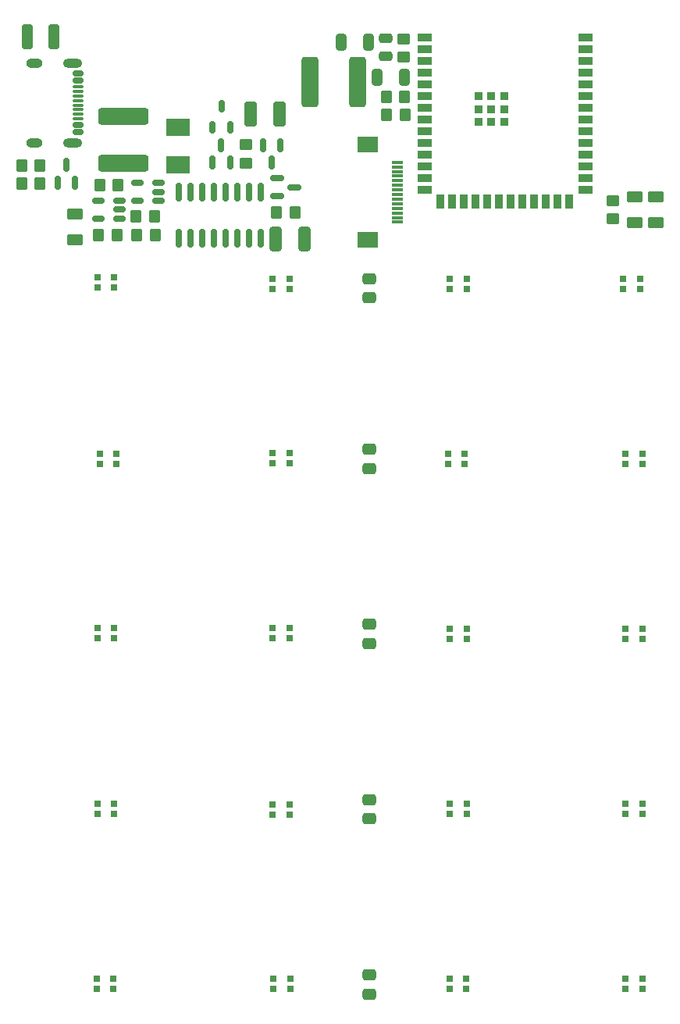
<source format=gbr>
%TF.GenerationSoftware,KiCad,Pcbnew,8.0.7-8.0.7-0~ubuntu22.04.1*%
%TF.CreationDate,2024-12-28T00:36:41+00:00*%
%TF.ProjectId,numcalcium,6e756d63-616c-4636-9975-6d2e6b696361,rev?*%
%TF.SameCoordinates,Original*%
%TF.FileFunction,Paste,Top*%
%TF.FilePolarity,Positive*%
%FSLAX46Y46*%
G04 Gerber Fmt 4.6, Leading zero omitted, Abs format (unit mm)*
G04 Created by KiCad (PCBNEW 8.0.7-8.0.7-0~ubuntu22.04.1) date 2024-12-28 00:36:41*
%MOMM*%
%LPD*%
G01*
G04 APERTURE LIST*
G04 Aperture macros list*
%AMRoundRect*
0 Rectangle with rounded corners*
0 $1 Rounding radius*
0 $2 $3 $4 $5 $6 $7 $8 $9 X,Y pos of 4 corners*
0 Add a 4 corners polygon primitive as box body*
4,1,4,$2,$3,$4,$5,$6,$7,$8,$9,$2,$3,0*
0 Add four circle primitives for the rounded corners*
1,1,$1+$1,$2,$3*
1,1,$1+$1,$4,$5*
1,1,$1+$1,$6,$7*
1,1,$1+$1,$8,$9*
0 Add four rect primitives between the rounded corners*
20,1,$1+$1,$2,$3,$4,$5,0*
20,1,$1+$1,$4,$5,$6,$7,0*
20,1,$1+$1,$6,$7,$8,$9,0*
20,1,$1+$1,$8,$9,$2,$3,0*%
G04 Aperture macros list end*
%ADD10RoundRect,0.150000X0.512500X0.150000X-0.512500X0.150000X-0.512500X-0.150000X0.512500X-0.150000X0*%
%ADD11R,0.700000X0.700000*%
%ADD12RoundRect,0.250000X-0.350000X-0.450000X0.350000X-0.450000X0.350000X0.450000X-0.350000X0.450000X0*%
%ADD13RoundRect,0.150000X0.150000X-0.825000X0.150000X0.825000X-0.150000X0.825000X-0.150000X-0.825000X0*%
%ADD14RoundRect,0.250000X0.650000X2.450000X-0.650000X2.450000X-0.650000X-2.450000X0.650000X-2.450000X0*%
%ADD15RoundRect,0.250000X0.350000X0.450000X-0.350000X0.450000X-0.350000X-0.450000X0.350000X-0.450000X0*%
%ADD16RoundRect,0.250000X0.475000X-0.337500X0.475000X0.337500X-0.475000X0.337500X-0.475000X-0.337500X0*%
%ADD17RoundRect,0.250000X-0.475000X0.250000X-0.475000X-0.250000X0.475000X-0.250000X0.475000X0.250000X0*%
%ADD18RoundRect,0.150000X-0.425000X0.150000X-0.425000X-0.150000X0.425000X-0.150000X0.425000X0.150000X0*%
%ADD19RoundRect,0.075000X-0.500000X0.075000X-0.500000X-0.075000X0.500000X-0.075000X0.500000X0.075000X0*%
%ADD20O,2.100000X1.000000*%
%ADD21O,1.800000X1.000000*%
%ADD22RoundRect,0.150000X0.150000X-0.587500X0.150000X0.587500X-0.150000X0.587500X-0.150000X-0.587500X0*%
%ADD23RoundRect,0.150000X0.150000X-0.512500X0.150000X0.512500X-0.150000X0.512500X-0.150000X-0.512500X0*%
%ADD24RoundRect,0.250000X0.625000X-0.375000X0.625000X0.375000X-0.625000X0.375000X-0.625000X-0.375000X0*%
%ADD25RoundRect,0.250000X0.325000X0.650000X-0.325000X0.650000X-0.325000X-0.650000X0.325000X-0.650000X0*%
%ADD26R,2.500000X1.900000*%
%ADD27R,0.900000X0.900000*%
%ADD28R,1.500000X0.900000*%
%ADD29R,0.900000X1.500000*%
%ADD30RoundRect,0.250000X0.325000X1.100000X-0.325000X1.100000X-0.325000X-1.100000X0.325000X-1.100000X0*%
%ADD31RoundRect,0.150000X-0.150000X0.587500X-0.150000X-0.587500X0.150000X-0.587500X0.150000X0.587500X0*%
%ADD32RoundRect,0.150000X-0.587500X-0.150000X0.587500X-0.150000X0.587500X0.150000X-0.587500X0.150000X0*%
%ADD33RoundRect,0.250000X-0.412500X-1.100000X0.412500X-1.100000X0.412500X1.100000X-0.412500X1.100000X0*%
%ADD34RoundRect,0.250000X0.450000X-0.350000X0.450000X0.350000X-0.450000X0.350000X-0.450000X-0.350000X0*%
%ADD35R,1.300000X0.300000*%
%ADD36R,2.200000X1.800000*%
%ADD37RoundRect,0.250000X-2.450000X0.650000X-2.450000X-0.650000X2.450000X-0.650000X2.450000X0.650000X0*%
%ADD38RoundRect,0.250000X0.400000X1.075000X-0.400000X1.075000X-0.400000X-1.075000X0.400000X-1.075000X0*%
%ADD39RoundRect,0.250000X-0.450000X0.350000X-0.450000X-0.350000X0.450000X-0.350000X0.450000X0.350000X0*%
G04 APERTURE END LIST*
D10*
%TO.C,U1*%
X11603900Y6145200D03*
X11603900Y7095200D03*
X11603900Y8045200D03*
X9328900Y8045200D03*
X9328900Y6145200D03*
%TD*%
D11*
%TO.C,D46*%
X68022000Y-1464000D03*
X68022000Y-364000D03*
X66192000Y-364000D03*
X66192000Y-1464000D03*
%TD*%
D12*
%TO.C,R10*%
X28609200Y6805600D03*
X30609200Y6805600D03*
%TD*%
D11*
%TO.C,D42*%
X68272000Y-20464000D03*
X68272000Y-19364000D03*
X66442000Y-19364000D03*
X66442000Y-20464000D03*
%TD*%
%TO.C,D41*%
X49022000Y-20464000D03*
X49022000Y-19364000D03*
X47192000Y-19364000D03*
X47192000Y-20464000D03*
%TD*%
D13*
%TO.C,U3*%
X18026800Y4025800D03*
X19296800Y4025800D03*
X20566800Y4025800D03*
X21836800Y4025800D03*
X23106800Y4025800D03*
X24376800Y4025800D03*
X25646800Y4025800D03*
X26916800Y4025800D03*
X26916800Y8975800D03*
X25646800Y8975800D03*
X24376800Y8975800D03*
X23106800Y8975800D03*
X21836800Y8975800D03*
X20566800Y8975800D03*
X19296800Y8975800D03*
X18026800Y8975800D03*
%TD*%
D11*
%TO.C,D34*%
X68272000Y-58364000D03*
X68272000Y-57264000D03*
X66442000Y-57264000D03*
X66442000Y-58364000D03*
%TD*%
D14*
%TO.C,C6*%
X37381600Y20978800D03*
X32281600Y20978800D03*
%TD*%
D15*
%TO.C,R17*%
X2990000Y9904400D03*
X990000Y9904400D03*
%TD*%
D12*
%TO.C,R5*%
X40563200Y17372000D03*
X42563200Y17372000D03*
%TD*%
D16*
%TO.C,C18*%
X38692000Y-58939000D03*
X38692000Y-56864000D03*
%TD*%
D17*
%TO.C,C8*%
X40429600Y25637200D03*
X40429600Y23737200D03*
%TD*%
D18*
%TO.C,J2*%
X7100789Y21884120D03*
X7100789Y21084120D03*
D19*
X7100789Y19934120D03*
X7100789Y18934120D03*
X7100789Y18434120D03*
X7100789Y17434120D03*
D18*
X7100789Y16284120D03*
X7100789Y15484120D03*
X7100789Y15484120D03*
X7100789Y16284120D03*
D19*
X7100789Y16934120D03*
X7100789Y17934120D03*
X7100789Y19434120D03*
X7100789Y20434120D03*
D18*
X7100789Y21084120D03*
X7100789Y21884120D03*
D20*
X6525789Y23004120D03*
D21*
X2345789Y23004120D03*
D20*
X6525789Y14364120D03*
D21*
X2345789Y14364120D03*
%TD*%
D22*
%TO.C,Q1*%
X4900000Y10056800D03*
X6800000Y10056800D03*
X5850000Y11931800D03*
%TD*%
D23*
%TO.C,U6*%
X21685500Y16031300D03*
X23585500Y16031300D03*
X22635500Y18306300D03*
%TD*%
D24*
%TO.C,D23*%
X69792000Y5685000D03*
X69792000Y8485000D03*
%TD*%
%TO.C,D28*%
X6742000Y3859200D03*
X6742000Y6659200D03*
%TD*%
D25*
%TO.C,C7*%
X38602600Y25246000D03*
X35652600Y25246000D03*
%TD*%
D26*
%TO.C,L1*%
X17909200Y11936400D03*
X17909200Y16036400D03*
%TD*%
D27*
%TO.C,U4*%
X50501789Y19404120D03*
X50501789Y18004120D03*
X50501789Y16604120D03*
X51901789Y19404120D03*
X51901789Y18004120D03*
X51901789Y16604120D03*
X53301789Y19404120D03*
X53301789Y18004120D03*
X53301789Y16604120D03*
D28*
X44651789Y25724120D03*
X44651789Y24454120D03*
X44651789Y23184120D03*
X44651789Y21914120D03*
X44651789Y20644120D03*
X44651789Y19374120D03*
X44651789Y18104120D03*
X44651789Y16834120D03*
X44651789Y15564120D03*
X44651789Y14294120D03*
X44651789Y13024120D03*
X44651789Y11754120D03*
X44651789Y10484120D03*
X44651789Y9214120D03*
D29*
X46416789Y7964120D03*
X47686789Y7964120D03*
X48956789Y7964120D03*
X50226789Y7964120D03*
X51496789Y7964120D03*
X52766789Y7964120D03*
X54036789Y7964120D03*
X55306789Y7964120D03*
X56576789Y7964120D03*
X57846789Y7964120D03*
X59116789Y7964120D03*
X60386789Y7964120D03*
D28*
X62151789Y9214120D03*
X62151789Y10484120D03*
X62151789Y11754120D03*
X62151789Y13024120D03*
X62151789Y14294120D03*
X62151789Y15564120D03*
X62151789Y16834120D03*
X62151789Y18104120D03*
X62151789Y19374120D03*
X62151789Y20644120D03*
X62151789Y21914120D03*
X62151789Y23184120D03*
X62151789Y24454120D03*
X62151789Y25724120D03*
%TD*%
D15*
%TO.C,R16*%
X2990000Y11878920D03*
X990000Y11878920D03*
%TD*%
D11*
%TO.C,D40*%
X30022000Y-20364000D03*
X30022000Y-19264000D03*
X28192000Y-19264000D03*
X28192000Y-20364000D03*
%TD*%
D15*
%TO.C,R8*%
X15439300Y4367200D03*
X13439300Y4367200D03*
%TD*%
D30*
%TO.C,C1*%
X4515800Y25855600D03*
X1565800Y25855600D03*
%TD*%
D31*
%TO.C,Q4*%
X29035200Y14093100D03*
X27135200Y14093100D03*
X28085200Y12218100D03*
%TD*%
D32*
%TO.C,Q6*%
X28694800Y10483600D03*
X28694800Y8583600D03*
X30569800Y9533600D03*
%TD*%
D33*
%TO.C,C3*%
X25811500Y17499000D03*
X28936500Y17499000D03*
%TD*%
D34*
%TO.C,R12*%
X65118400Y6085000D03*
X65118400Y8085000D03*
%TD*%
D12*
%TO.C,R3*%
X9435500Y9752000D03*
X11435500Y9752000D03*
%TD*%
D35*
%TO.C,J3*%
X41731000Y12240000D03*
X41731000Y11740000D03*
X41731000Y11240000D03*
X41731000Y10740000D03*
X41731000Y10240000D03*
X41731000Y9740000D03*
X41731000Y9240000D03*
X41731000Y8740000D03*
X41731000Y8240000D03*
X41731000Y7740000D03*
X41731000Y7240000D03*
X41731000Y6740000D03*
X41731000Y6240000D03*
X41731000Y5740000D03*
D36*
X38481000Y14140000D03*
X38481000Y3840000D03*
%TD*%
D11*
%TO.C,D31*%
X11022000Y-58364000D03*
X11022000Y-57264000D03*
X9192000Y-57264000D03*
X9192000Y-58364000D03*
%TD*%
%TO.C,D45*%
X49272000Y-1464000D03*
X49272000Y-364000D03*
X47442000Y-364000D03*
X47442000Y-1464000D03*
%TD*%
%TO.C,D39*%
X11272000Y-20464000D03*
X11272000Y-19364000D03*
X9442000Y-19364000D03*
X9442000Y-20464000D03*
%TD*%
D37*
%TO.C,C2*%
X12016400Y17229600D03*
X12016400Y12129600D03*
%TD*%
D24*
%TO.C,D22*%
X67485789Y5687720D03*
X67485789Y8487720D03*
%TD*%
D11*
%TO.C,D32*%
X30022000Y-58464000D03*
X30022000Y-57364000D03*
X28192000Y-57364000D03*
X28192000Y-58464000D03*
%TD*%
%TO.C,D30*%
X68272000Y-77364000D03*
X68272000Y-76264000D03*
X66442000Y-76264000D03*
X66442000Y-77364000D03*
%TD*%
D38*
%TO.C,C5*%
X31642000Y3886000D03*
X28542000Y3886000D03*
%TD*%
D11*
%TO.C,D33*%
X49272000Y-58364000D03*
X49272000Y-57264000D03*
X47442000Y-57264000D03*
X47442000Y-58364000D03*
%TD*%
%TO.C,D24*%
X30107000Y-77364000D03*
X30107000Y-76264000D03*
X28277000Y-76264000D03*
X28277000Y-77364000D03*
%TD*%
%TO.C,D43*%
X11022000Y-1364000D03*
X11022000Y-264000D03*
X9192000Y-264000D03*
X9192000Y-1364000D03*
%TD*%
D12*
%TO.C,R4*%
X9333900Y4367200D03*
X11333900Y4367200D03*
%TD*%
D10*
%TO.C,U2*%
X15785500Y8076700D03*
X15785500Y9026700D03*
X15785500Y9976700D03*
X13510500Y9976700D03*
X13510500Y8076700D03*
%TD*%
D11*
%TO.C,D38*%
X68272000Y-39464000D03*
X68272000Y-38364000D03*
X66442000Y-38364000D03*
X66442000Y-39464000D03*
%TD*%
D16*
%TO.C,C14*%
X38692000Y-2439000D03*
X38692000Y-364000D03*
%TD*%
D15*
%TO.C,R9*%
X15388500Y6349400D03*
X13388500Y6349400D03*
%TD*%
D22*
%TO.C,Q2*%
X21668700Y12245800D03*
X23568700Y12245800D03*
X22618700Y14120800D03*
%TD*%
D16*
%TO.C,C19*%
X38692000Y-77939000D03*
X38692000Y-75864000D03*
%TD*%
D25*
%TO.C,C4*%
X42514200Y21486800D03*
X39564200Y21486800D03*
%TD*%
D11*
%TO.C,D29*%
X49192000Y-77364000D03*
X49192000Y-76264000D03*
X47362000Y-76264000D03*
X47362000Y-77364000D03*
%TD*%
%TO.C,D35*%
X11022000Y-39364000D03*
X11022000Y-38264000D03*
X9192000Y-38264000D03*
X9192000Y-39364000D03*
%TD*%
D39*
%TO.C,R7*%
X25342000Y14155600D03*
X25342000Y12155600D03*
%TD*%
D16*
%TO.C,C16*%
X38692000Y-20939000D03*
X38692000Y-18864000D03*
%TD*%
D11*
%TO.C,D44*%
X30022000Y-1464000D03*
X30022000Y-364000D03*
X28192000Y-364000D03*
X28192000Y-1464000D03*
%TD*%
%TO.C,D36*%
X30022000Y-39364000D03*
X30022000Y-38264000D03*
X28192000Y-38264000D03*
X28192000Y-39364000D03*
%TD*%
D15*
%TO.C,R6*%
X42512400Y19302400D03*
X40512400Y19302400D03*
%TD*%
D11*
%TO.C,D21*%
X10942000Y-77364000D03*
X10942000Y-76264000D03*
X9112000Y-76264000D03*
X9112000Y-77364000D03*
%TD*%
%TO.C,D37*%
X49272000Y-39464000D03*
X49272000Y-38364000D03*
X47442000Y-38364000D03*
X47442000Y-39464000D03*
%TD*%
D39*
%TO.C,R14*%
X42410800Y25620400D03*
X42410800Y23620400D03*
%TD*%
D16*
%TO.C,C17*%
X38692000Y-39901500D03*
X38692000Y-37826500D03*
%TD*%
M02*

</source>
